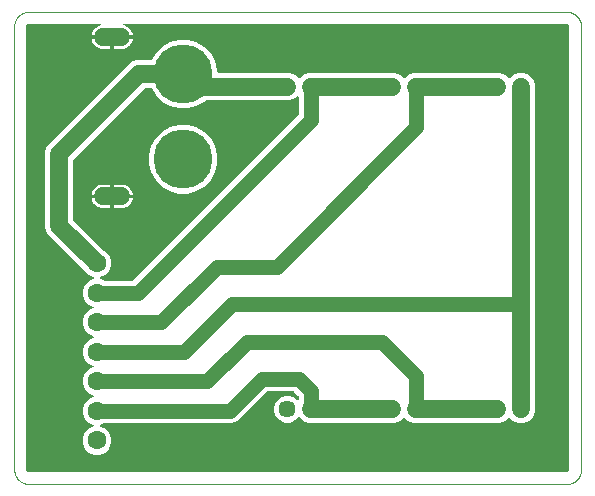
<source format=gbl>
G04 EAGLE Gerber RS-274X export*
G75*
%MOMM*%
%FSLAX34Y34*%
%LPD*%
%INBottom Copper*%
%IPPOS*%
%AMOC8*
5,1,8,0,0,1.08239X$1,22.5*%
G01*
%ADD10C,0.000000*%
%ADD11C,1.447800*%
%ADD12C,1.600000*%
%ADD13C,5.000000*%
%ADD14C,1.500000*%
%ADD15C,1.270000*%
%ADD16C,1.524000*%

G36*
X467382Y10164D02*
X467382Y10164D01*
X467420Y10163D01*
X467698Y10185D01*
X467703Y10186D01*
X467709Y10186D01*
X467873Y10220D01*
X468402Y10392D01*
X468434Y10408D01*
X468469Y10417D01*
X468615Y10500D01*
X469065Y10827D01*
X469090Y10852D01*
X469120Y10871D01*
X469233Y10995D01*
X469560Y11445D01*
X469576Y11477D01*
X469599Y11505D01*
X469668Y11658D01*
X469840Y12187D01*
X469841Y12192D01*
X469844Y12197D01*
X469875Y12362D01*
X469897Y12640D01*
X469895Y12662D01*
X469899Y12700D01*
X469899Y387350D01*
X469896Y387372D01*
X469897Y387410D01*
X469875Y387688D01*
X469874Y387693D01*
X469874Y387699D01*
X469840Y387863D01*
X469668Y388392D01*
X469652Y388424D01*
X469643Y388459D01*
X469560Y388605D01*
X469233Y389055D01*
X469208Y389080D01*
X469189Y389110D01*
X469065Y389223D01*
X468615Y389550D01*
X468583Y389566D01*
X468555Y389589D01*
X468402Y389658D01*
X467873Y389830D01*
X467868Y389831D01*
X467863Y389834D01*
X467698Y389865D01*
X467420Y389887D01*
X467398Y389885D01*
X467360Y389889D01*
X93208Y389889D01*
X93204Y389889D01*
X93200Y389889D01*
X93081Y389868D01*
X92965Y389850D01*
X92962Y389848D01*
X92958Y389847D01*
X92851Y389789D01*
X92748Y389734D01*
X92745Y389732D01*
X92742Y389730D01*
X92659Y389641D01*
X92578Y389556D01*
X92577Y389552D01*
X92574Y389550D01*
X92525Y389441D01*
X92475Y389333D01*
X92474Y389329D01*
X92473Y389325D01*
X92461Y389206D01*
X92448Y389089D01*
X92449Y389085D01*
X92448Y389081D01*
X92475Y388964D01*
X92500Y388848D01*
X92502Y388845D01*
X92503Y388841D01*
X92566Y388738D01*
X92626Y388637D01*
X92629Y388635D01*
X92631Y388631D01*
X92723Y388554D01*
X92813Y388477D01*
X92817Y388476D01*
X92820Y388473D01*
X92973Y388404D01*
X94354Y387955D01*
X95763Y387238D01*
X97041Y386309D01*
X98159Y385191D01*
X99088Y383913D01*
X99805Y382504D01*
X100294Y381001D01*
X100425Y380173D01*
X83762Y380173D01*
X83742Y380170D01*
X83723Y380172D01*
X83621Y380150D01*
X83519Y380133D01*
X83502Y380124D01*
X83482Y380120D01*
X83393Y380067D01*
X83302Y380018D01*
X83288Y380004D01*
X83271Y379994D01*
X83204Y379915D01*
X83133Y379840D01*
X83124Y379822D01*
X83111Y379807D01*
X83072Y379711D01*
X83029Y379617D01*
X83027Y379597D01*
X83019Y379579D01*
X83001Y379412D01*
X83001Y378649D01*
X82999Y378649D01*
X82999Y379412D01*
X82996Y379432D01*
X82998Y379451D01*
X82976Y379553D01*
X82959Y379655D01*
X82950Y379672D01*
X82946Y379692D01*
X82893Y379781D01*
X82844Y379872D01*
X82830Y379886D01*
X82820Y379903D01*
X82741Y379970D01*
X82666Y380041D01*
X82648Y380050D01*
X82633Y380063D01*
X82537Y380102D01*
X82443Y380145D01*
X82423Y380147D01*
X82405Y380155D01*
X82238Y380173D01*
X65575Y380173D01*
X65706Y381001D01*
X66195Y382504D01*
X66912Y383913D01*
X67841Y385191D01*
X68959Y386309D01*
X70237Y387238D01*
X71646Y387955D01*
X73027Y388404D01*
X73031Y388406D01*
X73035Y388407D01*
X73139Y388462D01*
X73246Y388517D01*
X73249Y388520D01*
X73252Y388522D01*
X73334Y388608D01*
X73417Y388693D01*
X73419Y388697D01*
X73422Y388700D01*
X73472Y388808D01*
X73523Y388915D01*
X73524Y388919D01*
X73525Y388923D01*
X73538Y389041D01*
X73553Y389160D01*
X73552Y389164D01*
X73552Y389167D01*
X73527Y389285D01*
X73503Y389400D01*
X73501Y389404D01*
X73500Y389408D01*
X73439Y389510D01*
X73379Y389613D01*
X73376Y389616D01*
X73374Y389619D01*
X73283Y389696D01*
X73194Y389775D01*
X73190Y389776D01*
X73187Y389779D01*
X73075Y389824D01*
X72966Y389869D01*
X72963Y389869D01*
X72959Y389871D01*
X72792Y389889D01*
X12700Y389889D01*
X12678Y389886D01*
X12640Y389887D01*
X12362Y389865D01*
X12357Y389864D01*
X12351Y389864D01*
X12187Y389830D01*
X11658Y389658D01*
X11626Y389642D01*
X11591Y389633D01*
X11445Y389550D01*
X10995Y389223D01*
X10970Y389198D01*
X10940Y389179D01*
X10827Y389055D01*
X10500Y388605D01*
X10484Y388573D01*
X10461Y388545D01*
X10392Y388392D01*
X10220Y387863D01*
X10219Y387858D01*
X10216Y387853D01*
X10185Y387688D01*
X10163Y387410D01*
X10165Y387388D01*
X10161Y387350D01*
X10161Y12700D01*
X10164Y12678D01*
X10163Y12640D01*
X10185Y12362D01*
X10186Y12357D01*
X10186Y12351D01*
X10220Y12187D01*
X10392Y11658D01*
X10408Y11626D01*
X10417Y11591D01*
X10500Y11445D01*
X10827Y10995D01*
X10852Y10970D01*
X10871Y10940D01*
X10995Y10827D01*
X11445Y10500D01*
X11477Y10484D01*
X11505Y10461D01*
X11658Y10392D01*
X12187Y10220D01*
X12192Y10219D01*
X12197Y10216D01*
X12362Y10185D01*
X12640Y10163D01*
X12662Y10165D01*
X12700Y10161D01*
X467360Y10161D01*
X467382Y10164D01*
G37*
%LPC*%
G36*
X67600Y24935D02*
X67600Y24935D01*
X63166Y26772D01*
X59772Y30166D01*
X57935Y34600D01*
X57935Y39400D01*
X59772Y43834D01*
X63166Y47228D01*
X66953Y48797D01*
X67014Y48834D01*
X67080Y48864D01*
X67118Y48899D01*
X67162Y48926D01*
X67208Y48981D01*
X67261Y49030D01*
X67286Y49076D01*
X67319Y49116D01*
X67345Y49183D01*
X67379Y49246D01*
X67388Y49297D01*
X67407Y49345D01*
X67410Y49417D01*
X67423Y49488D01*
X67415Y49539D01*
X67418Y49591D01*
X67398Y49660D01*
X67387Y49731D01*
X67364Y49777D01*
X67349Y49827D01*
X67308Y49886D01*
X67276Y49950D01*
X67238Y49987D01*
X67209Y50029D01*
X67151Y50072D01*
X67100Y50122D01*
X67037Y50157D01*
X67011Y50176D01*
X66989Y50183D01*
X66953Y50203D01*
X63166Y51772D01*
X59772Y55166D01*
X57935Y59600D01*
X57935Y64400D01*
X59772Y68834D01*
X63166Y72228D01*
X66953Y73797D01*
X67014Y73834D01*
X67080Y73864D01*
X67118Y73899D01*
X67162Y73926D01*
X67208Y73981D01*
X67261Y74030D01*
X67286Y74076D01*
X67319Y74116D01*
X67345Y74183D01*
X67379Y74246D01*
X67388Y74297D01*
X67407Y74345D01*
X67410Y74417D01*
X67423Y74488D01*
X67415Y74539D01*
X67418Y74591D01*
X67398Y74660D01*
X67387Y74731D01*
X67364Y74777D01*
X67349Y74827D01*
X67308Y74886D01*
X67276Y74950D01*
X67238Y74987D01*
X67209Y75029D01*
X67151Y75072D01*
X67100Y75122D01*
X67037Y75157D01*
X67011Y75176D01*
X66989Y75183D01*
X66953Y75203D01*
X63166Y76772D01*
X59772Y80166D01*
X57935Y84600D01*
X57935Y89400D01*
X59772Y93834D01*
X63166Y97228D01*
X66953Y98797D01*
X67014Y98834D01*
X67080Y98864D01*
X67118Y98899D01*
X67162Y98926D01*
X67208Y98981D01*
X67261Y99030D01*
X67286Y99076D01*
X67319Y99116D01*
X67345Y99183D01*
X67379Y99246D01*
X67388Y99297D01*
X67407Y99345D01*
X67410Y99417D01*
X67423Y99488D01*
X67415Y99539D01*
X67418Y99591D01*
X67398Y99660D01*
X67387Y99731D01*
X67364Y99777D01*
X67349Y99827D01*
X67308Y99886D01*
X67276Y99950D01*
X67238Y99987D01*
X67209Y100029D01*
X67151Y100072D01*
X67100Y100122D01*
X67037Y100157D01*
X67011Y100176D01*
X66989Y100183D01*
X66953Y100203D01*
X63166Y101772D01*
X59772Y105166D01*
X57935Y109600D01*
X57935Y114400D01*
X59772Y118834D01*
X63166Y122228D01*
X66953Y123797D01*
X67014Y123834D01*
X67080Y123864D01*
X67118Y123899D01*
X67162Y123926D01*
X67208Y123981D01*
X67261Y124030D01*
X67286Y124076D01*
X67319Y124116D01*
X67345Y124183D01*
X67379Y124246D01*
X67388Y124297D01*
X67407Y124345D01*
X67410Y124417D01*
X67423Y124488D01*
X67415Y124539D01*
X67418Y124591D01*
X67398Y124660D01*
X67387Y124731D01*
X67364Y124777D01*
X67349Y124827D01*
X67308Y124886D01*
X67276Y124950D01*
X67238Y124987D01*
X67209Y125029D01*
X67151Y125072D01*
X67100Y125122D01*
X67037Y125157D01*
X67011Y125176D01*
X66989Y125183D01*
X66953Y125203D01*
X63166Y126772D01*
X59772Y130166D01*
X57935Y134600D01*
X57935Y139400D01*
X59772Y143834D01*
X63166Y147228D01*
X66953Y148797D01*
X67014Y148834D01*
X67080Y148864D01*
X67118Y148899D01*
X67162Y148926D01*
X67208Y148981D01*
X67261Y149030D01*
X67286Y149076D01*
X67319Y149116D01*
X67345Y149183D01*
X67379Y149246D01*
X67388Y149297D01*
X67407Y149345D01*
X67410Y149417D01*
X67423Y149488D01*
X67415Y149539D01*
X67418Y149591D01*
X67398Y149660D01*
X67387Y149731D01*
X67364Y149777D01*
X67349Y149827D01*
X67308Y149886D01*
X67276Y149950D01*
X67238Y149987D01*
X67209Y150029D01*
X67151Y150072D01*
X67100Y150122D01*
X67037Y150157D01*
X67011Y150176D01*
X66989Y150183D01*
X66953Y150203D01*
X63166Y151772D01*
X59772Y155166D01*
X57935Y159600D01*
X57935Y164400D01*
X59772Y168834D01*
X63166Y172228D01*
X66953Y173797D01*
X67014Y173834D01*
X67080Y173864D01*
X67118Y173899D01*
X67162Y173926D01*
X67208Y173981D01*
X67261Y174030D01*
X67286Y174076D01*
X67319Y174116D01*
X67345Y174183D01*
X67379Y174246D01*
X67388Y174297D01*
X67407Y174345D01*
X67410Y174417D01*
X67423Y174488D01*
X67415Y174539D01*
X67418Y174591D01*
X67398Y174660D01*
X67387Y174731D01*
X67364Y174777D01*
X67349Y174827D01*
X67308Y174886D01*
X67276Y174950D01*
X67238Y174987D01*
X67209Y175029D01*
X67151Y175072D01*
X67100Y175122D01*
X67037Y175157D01*
X67011Y175176D01*
X66989Y175183D01*
X66953Y175203D01*
X63166Y176772D01*
X59772Y180166D01*
X59450Y180943D01*
X59415Y180999D01*
X59390Y181059D01*
X59338Y181124D01*
X59320Y181152D01*
X59305Y181165D01*
X59285Y181190D01*
X28194Y212281D01*
X26415Y216576D01*
X26415Y281724D01*
X28194Y286019D01*
X99231Y357056D01*
X103526Y358835D01*
X115746Y358835D01*
X115812Y358846D01*
X115880Y358847D01*
X115933Y358865D01*
X115988Y358874D01*
X116048Y358906D01*
X116112Y358929D01*
X116156Y358963D01*
X116206Y358990D01*
X116252Y359038D01*
X116306Y359080D01*
X116352Y359144D01*
X116375Y359168D01*
X116384Y359187D01*
X116405Y359215D01*
X119742Y364996D01*
X125154Y370408D01*
X131781Y374234D01*
X139174Y376215D01*
X146826Y376215D01*
X154219Y374234D01*
X160846Y370408D01*
X166258Y364996D01*
X170084Y358369D01*
X172065Y350976D01*
X172065Y348996D01*
X172068Y348976D01*
X172066Y348957D01*
X172088Y348855D01*
X172104Y348753D01*
X172114Y348736D01*
X172118Y348716D01*
X172171Y348627D01*
X172220Y348536D01*
X172234Y348522D01*
X172244Y348505D01*
X172323Y348438D01*
X172398Y348366D01*
X172416Y348358D01*
X172431Y348345D01*
X172527Y348306D01*
X172621Y348263D01*
X172641Y348261D01*
X172659Y348253D01*
X172826Y348235D01*
X233624Y348235D01*
X237919Y346456D01*
X240762Y343613D01*
X240778Y343601D01*
X240790Y343586D01*
X240878Y343530D01*
X240961Y343469D01*
X240980Y343464D01*
X240997Y343453D01*
X241098Y343427D01*
X241197Y343397D01*
X241216Y343398D01*
X241236Y343393D01*
X241339Y343401D01*
X241442Y343403D01*
X241461Y343410D01*
X241481Y343412D01*
X241576Y343452D01*
X241673Y343488D01*
X241689Y343500D01*
X241707Y343508D01*
X241838Y343613D01*
X244681Y346456D01*
X248976Y348235D01*
X322524Y348235D01*
X326819Y346456D01*
X329662Y343613D01*
X329678Y343601D01*
X329690Y343586D01*
X329778Y343530D01*
X329861Y343469D01*
X329880Y343464D01*
X329897Y343453D01*
X329998Y343427D01*
X330097Y343397D01*
X330116Y343398D01*
X330136Y343393D01*
X330239Y343401D01*
X330342Y343403D01*
X330361Y343410D01*
X330381Y343412D01*
X330476Y343452D01*
X330573Y343488D01*
X330589Y343500D01*
X330607Y343508D01*
X330738Y343613D01*
X333581Y346456D01*
X337876Y348235D01*
X411424Y348235D01*
X415719Y346456D01*
X418562Y343613D01*
X418578Y343601D01*
X418590Y343586D01*
X418678Y343530D01*
X418761Y343469D01*
X418780Y343464D01*
X418797Y343453D01*
X418898Y343427D01*
X418997Y343397D01*
X419016Y343398D01*
X419036Y343393D01*
X419139Y343401D01*
X419242Y343403D01*
X419261Y343410D01*
X419281Y343412D01*
X419376Y343452D01*
X419473Y343488D01*
X419489Y343500D01*
X419507Y343508D01*
X419638Y343613D01*
X422481Y346456D01*
X426776Y348235D01*
X431424Y348235D01*
X435719Y346456D01*
X439006Y343169D01*
X440785Y338874D01*
X440785Y61176D01*
X439006Y56881D01*
X435719Y53594D01*
X431424Y51815D01*
X426776Y51815D01*
X422481Y53594D01*
X419638Y56437D01*
X419622Y56449D01*
X419610Y56464D01*
X419522Y56520D01*
X419439Y56581D01*
X419420Y56586D01*
X419403Y56597D01*
X419302Y56623D01*
X419203Y56653D01*
X419184Y56652D01*
X419164Y56657D01*
X419061Y56649D01*
X418958Y56647D01*
X418939Y56640D01*
X418919Y56638D01*
X418824Y56598D01*
X418727Y56562D01*
X418711Y56550D01*
X418693Y56542D01*
X418562Y56437D01*
X415719Y53594D01*
X411424Y51815D01*
X337876Y51815D01*
X333581Y53594D01*
X330738Y56437D01*
X330722Y56449D01*
X330710Y56464D01*
X330622Y56520D01*
X330539Y56581D01*
X330520Y56586D01*
X330503Y56597D01*
X330402Y56622D01*
X330303Y56653D01*
X330284Y56652D01*
X330264Y56657D01*
X330161Y56649D01*
X330058Y56647D01*
X330039Y56640D01*
X330019Y56638D01*
X329924Y56598D01*
X329827Y56562D01*
X329811Y56550D01*
X329793Y56542D01*
X329662Y56437D01*
X326819Y53594D01*
X322524Y51815D01*
X248976Y51815D01*
X244681Y53594D01*
X241569Y56706D01*
X241553Y56718D01*
X241540Y56734D01*
X241453Y56790D01*
X241369Y56850D01*
X241350Y56856D01*
X241333Y56867D01*
X241233Y56892D01*
X241134Y56922D01*
X241114Y56922D01*
X241095Y56927D01*
X240992Y56919D01*
X240888Y56916D01*
X240869Y56909D01*
X240850Y56908D01*
X240755Y56867D01*
X240657Y56832D01*
X240642Y56819D01*
X240623Y56811D01*
X240492Y56706D01*
X237703Y53917D01*
X233548Y52196D01*
X229052Y52196D01*
X224897Y53917D01*
X221717Y57097D01*
X219996Y61252D01*
X219996Y65748D01*
X221717Y69903D01*
X224897Y73083D01*
X229052Y74804D01*
X233548Y74804D01*
X237703Y73083D01*
X239586Y71200D01*
X239644Y71158D01*
X239696Y71109D01*
X239743Y71087D01*
X239785Y71057D01*
X239854Y71036D01*
X239919Y71005D01*
X239971Y71000D01*
X240021Y70984D01*
X240092Y70986D01*
X240163Y70978D01*
X240214Y70989D01*
X240266Y70991D01*
X240334Y71015D01*
X240404Y71030D01*
X240449Y71057D01*
X240497Y71075D01*
X240553Y71120D01*
X240615Y71157D01*
X240649Y71196D01*
X240689Y71229D01*
X240728Y71289D01*
X240775Y71344D01*
X240794Y71392D01*
X240822Y71436D01*
X240840Y71505D01*
X240867Y71572D01*
X240875Y71643D01*
X240883Y71674D01*
X240881Y71697D01*
X240885Y71738D01*
X240885Y74271D01*
X240871Y74361D01*
X240863Y74452D01*
X240851Y74482D01*
X240846Y74513D01*
X240803Y74594D01*
X240767Y74678D01*
X240741Y74710D01*
X240730Y74731D01*
X240707Y74753D01*
X240662Y74809D01*
X237209Y78262D01*
X237135Y78315D01*
X237066Y78375D01*
X237035Y78387D01*
X237009Y78406D01*
X236922Y78433D01*
X236837Y78467D01*
X236797Y78471D01*
X236774Y78478D01*
X236742Y78477D01*
X236671Y78485D01*
X214179Y78485D01*
X214089Y78471D01*
X213998Y78463D01*
X213968Y78451D01*
X213937Y78446D01*
X213856Y78403D01*
X213772Y78367D01*
X213740Y78341D01*
X213719Y78330D01*
X213697Y78307D01*
X213641Y78262D01*
X188550Y53171D01*
X184722Y51585D01*
X76535Y51585D01*
X76470Y51575D01*
X76404Y51574D01*
X76324Y51551D01*
X76292Y51546D01*
X76275Y51536D01*
X76243Y51527D01*
X73047Y50203D01*
X72986Y50165D01*
X72920Y50136D01*
X72882Y50101D01*
X72838Y50074D01*
X72792Y50018D01*
X72739Y49970D01*
X72714Y49924D01*
X72681Y49884D01*
X72655Y49817D01*
X72621Y49754D01*
X72611Y49703D01*
X72593Y49655D01*
X72590Y49583D01*
X72577Y49512D01*
X72585Y49461D01*
X72582Y49409D01*
X72602Y49340D01*
X72613Y49269D01*
X72636Y49223D01*
X72651Y49173D01*
X72692Y49114D01*
X72724Y49050D01*
X72762Y49013D01*
X72791Y48971D01*
X72849Y48928D01*
X72900Y48878D01*
X72963Y48843D01*
X72989Y48824D01*
X73011Y48817D01*
X73047Y48797D01*
X76834Y47228D01*
X80228Y43834D01*
X82065Y39400D01*
X82065Y34600D01*
X80228Y30166D01*
X76834Y26772D01*
X72400Y24935D01*
X67600Y24935D01*
G37*
%LPD*%
G36*
X100311Y172429D02*
X100311Y172429D01*
X100402Y172437D01*
X100432Y172449D01*
X100463Y172454D01*
X100544Y172497D01*
X100628Y172533D01*
X100660Y172559D01*
X100681Y172570D01*
X100703Y172593D01*
X100759Y172638D01*
X240662Y312541D01*
X240715Y312615D01*
X240775Y312684D01*
X240787Y312715D01*
X240806Y312741D01*
X240833Y312828D01*
X240867Y312913D01*
X240871Y312953D01*
X240878Y312976D01*
X240877Y313008D01*
X240885Y313079D01*
X240885Y327773D01*
X240874Y327843D01*
X240872Y327915D01*
X240854Y327964D01*
X240846Y328016D01*
X240812Y328079D01*
X240787Y328146D01*
X240755Y328187D01*
X240730Y328233D01*
X240678Y328282D01*
X240634Y328338D01*
X240590Y328366D01*
X240552Y328402D01*
X240487Y328432D01*
X240427Y328471D01*
X240376Y328484D01*
X240329Y328506D01*
X240258Y328514D01*
X240188Y328531D01*
X240136Y328527D01*
X240085Y328533D01*
X240014Y328518D01*
X239943Y328512D01*
X239895Y328492D01*
X239844Y328481D01*
X239783Y328444D01*
X239717Y328416D01*
X239661Y328371D01*
X239633Y328355D01*
X239618Y328337D01*
X239586Y328311D01*
X237919Y326644D01*
X233624Y324865D01*
X162134Y324865D01*
X162044Y324851D01*
X161953Y324843D01*
X161924Y324831D01*
X161892Y324826D01*
X161811Y324783D01*
X161727Y324747D01*
X161695Y324721D01*
X161674Y324710D01*
X161652Y324687D01*
X161596Y324642D01*
X160846Y323892D01*
X154219Y320066D01*
X146826Y318085D01*
X139174Y318085D01*
X131781Y320066D01*
X125154Y323892D01*
X119742Y329304D01*
X116405Y335085D01*
X116362Y335137D01*
X116327Y335195D01*
X116285Y335232D01*
X116249Y335275D01*
X116192Y335311D01*
X116140Y335355D01*
X116088Y335376D01*
X116041Y335406D01*
X115975Y335422D01*
X115912Y335447D01*
X115834Y335456D01*
X115802Y335463D01*
X115781Y335461D01*
X115746Y335465D01*
X111005Y335465D01*
X110915Y335451D01*
X110824Y335443D01*
X110795Y335431D01*
X110763Y335426D01*
X110682Y335383D01*
X110598Y335347D01*
X110566Y335321D01*
X110545Y335310D01*
X110523Y335287D01*
X110467Y335242D01*
X50008Y274783D01*
X49955Y274709D01*
X49895Y274640D01*
X49883Y274609D01*
X49864Y274583D01*
X49837Y274496D01*
X49803Y274411D01*
X49799Y274370D01*
X49792Y274348D01*
X49793Y274316D01*
X49785Y274245D01*
X49785Y224055D01*
X49787Y224042D01*
X49786Y224033D01*
X49797Y223982D01*
X49799Y223965D01*
X49807Y223874D01*
X49819Y223845D01*
X49824Y223813D01*
X49867Y223732D01*
X49903Y223648D01*
X49929Y223616D01*
X49940Y223595D01*
X49963Y223573D01*
X50008Y223517D01*
X75810Y197715D01*
X75863Y197677D01*
X75910Y197631D01*
X75983Y197591D01*
X76009Y197572D01*
X76028Y197566D01*
X76057Y197550D01*
X76834Y197228D01*
X80228Y193834D01*
X82065Y189400D01*
X82065Y184600D01*
X80228Y180166D01*
X76834Y176772D01*
X73047Y175203D01*
X72986Y175165D01*
X72920Y175136D01*
X72882Y175101D01*
X72838Y175074D01*
X72792Y175018D01*
X72739Y174970D01*
X72714Y174924D01*
X72681Y174884D01*
X72655Y174817D01*
X72621Y174754D01*
X72611Y174703D01*
X72593Y174655D01*
X72590Y174583D01*
X72577Y174512D01*
X72585Y174461D01*
X72582Y174409D01*
X72602Y174340D01*
X72613Y174269D01*
X72636Y174223D01*
X72651Y174173D01*
X72692Y174114D01*
X72724Y174050D01*
X72762Y174013D01*
X72791Y173971D01*
X72849Y173928D01*
X72900Y173878D01*
X72963Y173843D01*
X72989Y173824D01*
X73011Y173817D01*
X73047Y173797D01*
X76243Y172473D01*
X76307Y172458D01*
X76368Y172433D01*
X76451Y172424D01*
X76483Y172417D01*
X76502Y172418D01*
X76535Y172415D01*
X100221Y172415D01*
X100311Y172429D01*
G37*
%LPC*%
G36*
X139174Y246085D02*
X139174Y246085D01*
X131781Y248066D01*
X125154Y251892D01*
X119742Y257304D01*
X115916Y263931D01*
X113935Y271324D01*
X113935Y278976D01*
X115916Y286369D01*
X119742Y292996D01*
X125154Y298408D01*
X131781Y302234D01*
X139174Y304215D01*
X146826Y304215D01*
X154219Y302234D01*
X160846Y298408D01*
X166258Y292996D01*
X170084Y286369D01*
X172065Y278976D01*
X172065Y271324D01*
X170084Y263931D01*
X166258Y257304D01*
X160846Y251892D01*
X154219Y248066D01*
X146826Y246085D01*
X139174Y246085D01*
G37*
%LPD*%
%LPC*%
G36*
X84523Y245173D02*
X84523Y245173D01*
X84523Y253691D01*
X91290Y253691D01*
X92851Y253444D01*
X94354Y252955D01*
X95763Y252238D01*
X97041Y251309D01*
X98159Y250191D01*
X99088Y248913D01*
X99805Y247504D01*
X100294Y246001D01*
X100425Y245173D01*
X84523Y245173D01*
G37*
%LPD*%
%LPC*%
G36*
X65575Y245173D02*
X65575Y245173D01*
X65706Y246001D01*
X66195Y247504D01*
X66912Y248913D01*
X67841Y250191D01*
X68959Y251309D01*
X70237Y252238D01*
X71646Y252955D01*
X73149Y253444D01*
X74710Y253691D01*
X81477Y253691D01*
X81477Y245173D01*
X65575Y245173D01*
G37*
%LPD*%
%LPC*%
G36*
X84523Y368609D02*
X84523Y368609D01*
X84523Y377127D01*
X100425Y377127D01*
X100294Y376299D01*
X99805Y374796D01*
X99088Y373387D01*
X98159Y372109D01*
X97041Y370991D01*
X95763Y370062D01*
X94354Y369345D01*
X92851Y368856D01*
X91290Y368609D01*
X84523Y368609D01*
G37*
%LPD*%
%LPC*%
G36*
X84523Y233609D02*
X84523Y233609D01*
X84523Y242127D01*
X100425Y242127D01*
X100294Y241299D01*
X99805Y239796D01*
X99088Y238387D01*
X98159Y237109D01*
X97041Y235991D01*
X95763Y235062D01*
X94354Y234345D01*
X92851Y233856D01*
X91290Y233609D01*
X84523Y233609D01*
G37*
%LPD*%
%LPC*%
G36*
X74710Y368609D02*
X74710Y368609D01*
X73149Y368856D01*
X71646Y369345D01*
X70237Y370062D01*
X68959Y370991D01*
X67841Y372109D01*
X66912Y373387D01*
X66195Y374796D01*
X65706Y376299D01*
X65575Y377127D01*
X81477Y377127D01*
X81477Y368609D01*
X74710Y368609D01*
G37*
%LPD*%
%LPC*%
G36*
X74710Y233609D02*
X74710Y233609D01*
X73149Y233856D01*
X71646Y234345D01*
X70237Y235062D01*
X68959Y235991D01*
X67841Y237109D01*
X66912Y238387D01*
X66195Y239796D01*
X65706Y241299D01*
X65575Y242127D01*
X81477Y242127D01*
X81477Y233609D01*
X74710Y233609D01*
G37*
%LPD*%
%LPC*%
G36*
X82999Y243649D02*
X82999Y243649D01*
X82999Y243651D01*
X83001Y243651D01*
X83001Y243649D01*
X82999Y243649D01*
G37*
%LPD*%
D10*
X0Y387350D02*
X0Y12700D01*
X4Y12393D01*
X15Y12086D01*
X33Y11780D01*
X59Y11474D01*
X93Y11169D01*
X133Y10865D01*
X181Y10562D01*
X237Y10260D01*
X299Y9960D01*
X369Y9661D01*
X446Y9364D01*
X530Y9068D01*
X622Y8775D01*
X720Y8485D01*
X825Y8197D01*
X938Y7911D01*
X1057Y7628D01*
X1183Y7348D01*
X1315Y7071D01*
X1455Y6798D01*
X1601Y6528D01*
X1753Y6262D01*
X1912Y5999D01*
X2077Y5740D01*
X2248Y5486D01*
X2425Y5235D01*
X2609Y4989D01*
X2798Y4747D01*
X2993Y4511D01*
X3194Y4278D01*
X3400Y4051D01*
X3612Y3829D01*
X3829Y3612D01*
X4051Y3400D01*
X4278Y3194D01*
X4511Y2993D01*
X4747Y2798D01*
X4989Y2609D01*
X5235Y2425D01*
X5486Y2248D01*
X5740Y2077D01*
X5999Y1912D01*
X6262Y1753D01*
X6528Y1601D01*
X6798Y1455D01*
X7071Y1315D01*
X7348Y1183D01*
X7628Y1057D01*
X7911Y938D01*
X8197Y825D01*
X8485Y720D01*
X8775Y622D01*
X9068Y530D01*
X9364Y446D01*
X9661Y369D01*
X9960Y299D01*
X10260Y237D01*
X10562Y181D01*
X10865Y133D01*
X11169Y93D01*
X11474Y59D01*
X11780Y33D01*
X12086Y15D01*
X12393Y4D01*
X12700Y0D01*
X467360Y0D01*
X467667Y4D01*
X467974Y15D01*
X468280Y33D01*
X468586Y59D01*
X468891Y93D01*
X469195Y133D01*
X469498Y181D01*
X469800Y237D01*
X470100Y299D01*
X470399Y369D01*
X470696Y446D01*
X470992Y530D01*
X471285Y622D01*
X471575Y720D01*
X471863Y825D01*
X472149Y938D01*
X472432Y1057D01*
X472712Y1183D01*
X472989Y1315D01*
X473262Y1455D01*
X473532Y1601D01*
X473798Y1753D01*
X474061Y1912D01*
X474320Y2077D01*
X474574Y2248D01*
X474825Y2425D01*
X475071Y2609D01*
X475313Y2798D01*
X475549Y2993D01*
X475782Y3194D01*
X476009Y3400D01*
X476231Y3612D01*
X476448Y3829D01*
X476660Y4051D01*
X476866Y4278D01*
X477067Y4511D01*
X477262Y4747D01*
X477451Y4989D01*
X477635Y5235D01*
X477812Y5486D01*
X477983Y5740D01*
X478148Y5999D01*
X478307Y6262D01*
X478459Y6528D01*
X478605Y6798D01*
X478745Y7071D01*
X478877Y7348D01*
X479003Y7628D01*
X479122Y7911D01*
X479235Y8197D01*
X479340Y8485D01*
X479438Y8775D01*
X479530Y9068D01*
X479614Y9364D01*
X479691Y9661D01*
X479761Y9960D01*
X479823Y10260D01*
X479879Y10562D01*
X479927Y10865D01*
X479967Y11169D01*
X480001Y11474D01*
X480027Y11780D01*
X480045Y12086D01*
X480056Y12393D01*
X480060Y12700D01*
X480060Y387350D01*
X480056Y387657D01*
X480045Y387964D01*
X480027Y388270D01*
X480001Y388576D01*
X479967Y388881D01*
X479927Y389185D01*
X479879Y389488D01*
X479823Y389790D01*
X479761Y390090D01*
X479691Y390389D01*
X479614Y390686D01*
X479530Y390982D01*
X479438Y391275D01*
X479340Y391565D01*
X479235Y391853D01*
X479122Y392139D01*
X479003Y392422D01*
X478877Y392702D01*
X478745Y392979D01*
X478605Y393252D01*
X478459Y393522D01*
X478307Y393788D01*
X478148Y394051D01*
X477983Y394310D01*
X477812Y394564D01*
X477635Y394815D01*
X477451Y395061D01*
X477262Y395303D01*
X477067Y395539D01*
X476866Y395772D01*
X476660Y395999D01*
X476448Y396221D01*
X476231Y396438D01*
X476009Y396650D01*
X475782Y396856D01*
X475549Y397057D01*
X475313Y397252D01*
X475071Y397441D01*
X474825Y397625D01*
X474574Y397802D01*
X474320Y397973D01*
X474061Y398138D01*
X473798Y398297D01*
X473532Y398449D01*
X473262Y398595D01*
X472989Y398735D01*
X472712Y398867D01*
X472432Y398993D01*
X472149Y399112D01*
X471863Y399225D01*
X471575Y399330D01*
X471285Y399428D01*
X470992Y399520D01*
X470696Y399604D01*
X470399Y399681D01*
X470100Y399751D01*
X469800Y399813D01*
X469498Y399869D01*
X469195Y399917D01*
X468891Y399957D01*
X468586Y399991D01*
X468280Y400017D01*
X467974Y400035D01*
X467667Y400046D01*
X467360Y400050D01*
X12700Y400050D01*
X12393Y400046D01*
X12086Y400035D01*
X11780Y400017D01*
X11474Y399991D01*
X11169Y399957D01*
X10865Y399917D01*
X10562Y399869D01*
X10260Y399813D01*
X9960Y399751D01*
X9661Y399681D01*
X9364Y399604D01*
X9068Y399520D01*
X8775Y399428D01*
X8485Y399330D01*
X8197Y399225D01*
X7911Y399112D01*
X7628Y398993D01*
X7348Y398867D01*
X7071Y398735D01*
X6798Y398595D01*
X6528Y398449D01*
X6262Y398297D01*
X5999Y398138D01*
X5740Y397973D01*
X5486Y397802D01*
X5235Y397625D01*
X4989Y397441D01*
X4747Y397252D01*
X4511Y397057D01*
X4278Y396856D01*
X4051Y396650D01*
X3829Y396438D01*
X3612Y396221D01*
X3400Y395999D01*
X3194Y395772D01*
X2993Y395539D01*
X2798Y395303D01*
X2609Y395061D01*
X2425Y394815D01*
X2248Y394564D01*
X2077Y394310D01*
X1912Y394051D01*
X1753Y393788D01*
X1601Y393522D01*
X1455Y393252D01*
X1315Y392979D01*
X1183Y392702D01*
X1057Y392422D01*
X938Y392139D01*
X825Y391853D01*
X720Y391565D01*
X622Y391275D01*
X530Y390982D01*
X446Y390686D01*
X369Y390389D01*
X299Y390090D01*
X237Y389790D01*
X181Y389488D01*
X133Y389185D01*
X93Y388881D01*
X59Y388576D01*
X33Y388270D01*
X15Y387964D01*
X4Y387657D01*
X0Y387350D01*
D11*
X251300Y63500D03*
X231300Y63500D03*
X340200Y63500D03*
X320200Y63500D03*
X429100Y63500D03*
X409100Y63500D03*
X409100Y336550D03*
X429100Y336550D03*
X320200Y336550D03*
X340200Y336550D03*
X231300Y336550D03*
X251300Y336550D03*
D12*
X70000Y37000D03*
X70000Y62000D03*
X70000Y87000D03*
X70000Y112000D03*
X70000Y137000D03*
X70000Y162000D03*
X70000Y187000D03*
D13*
X143000Y275150D03*
X143000Y347150D03*
D14*
X90500Y243650D02*
X75500Y243650D01*
X75500Y378650D02*
X90500Y378650D01*
D15*
X70000Y62000D02*
X182650Y62000D01*
X209550Y88900D02*
X241300Y88900D01*
X209550Y88900D02*
X182650Y62000D01*
D16*
X251300Y63500D02*
X320200Y63500D01*
D15*
X251300Y78900D02*
X241300Y88900D01*
X251300Y78900D02*
X251300Y63500D01*
D16*
X340200Y63500D02*
X409100Y63500D01*
D15*
X163200Y87000D02*
X70000Y87000D01*
X163200Y87000D02*
X196850Y120650D01*
X311150Y120650D01*
X340200Y91600D02*
X340200Y63500D01*
X340200Y91600D02*
X311150Y120650D01*
X143750Y112000D02*
X70000Y112000D01*
X143750Y112000D02*
X184150Y152400D01*
D16*
X429100Y152400D02*
X429100Y336550D01*
X429100Y152400D02*
X429100Y63500D01*
D15*
X429100Y152400D02*
X184150Y152400D01*
D16*
X340200Y336550D02*
X409100Y336550D01*
D15*
X222250Y184150D02*
X171450Y184150D01*
X222250Y184150D02*
X340200Y302100D01*
X340200Y336550D01*
X124300Y137000D02*
X70000Y137000D01*
X124300Y137000D02*
X171450Y184150D01*
D16*
X251300Y336550D02*
X320200Y336550D01*
D15*
X104850Y162000D02*
X70000Y162000D01*
X251300Y308450D02*
X251300Y336550D01*
X251300Y308450D02*
X104850Y162000D01*
D16*
X70000Y187000D02*
X38100Y218900D01*
X38100Y279400D01*
X105850Y347150D01*
X143000Y347150D01*
X153600Y336550D02*
X231300Y336550D01*
X153600Y336550D02*
X143000Y347150D01*
M02*

</source>
